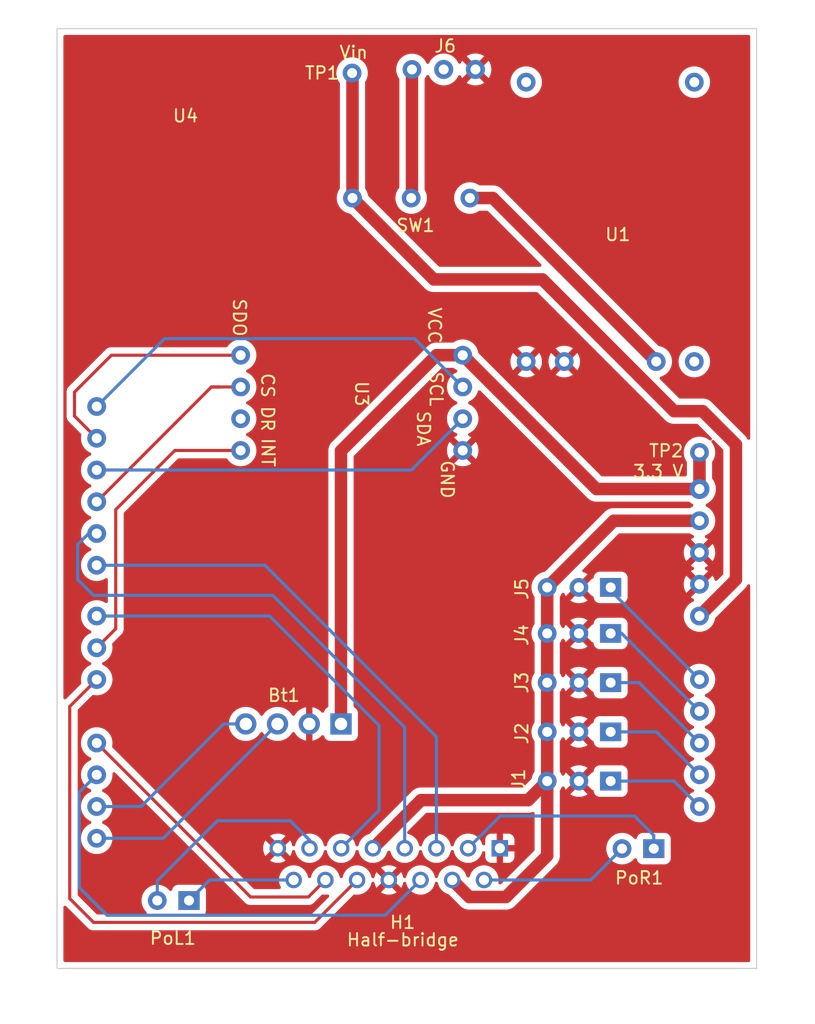
<source format=kicad_pcb>
(kicad_pcb (version 20211014) (generator pcbnew)
  (layers (0 "F.Cu" signal) (31 "B.Cu" power) (34 "B.Paste" user) (35 "F.Paste" user) (36 "B.SilkS" user "B.Silkscreen") (37 "F.SilkS" user "F.Silkscreen") (38 "B.Mask" user) (39 "F.Mask" user) (44 "Edge.Cuts" user))
  (net 0 "")
  (net 1 "GND")
  (net 2 "Net-(H1-Pad2)")
  (net 3 "Net-(H1-Pad3)")
  (net 4 "/3.3V")
  (net 5 "Net-(H1-Pad13)")
  (net 6 "Net-(H1-Pad14)")
  (net 7 "Net-(U3-Pad2)")
  (net 9 "Net-(U3-Pad4)")
  (net 10 "Net-(U3-Pad6)")
  (net 11 "Net-(U3-Pad7)")
  (net 12 "Net-(J3-Pad1)")
  (net 13 "/5V")
  (net 18 "/Vin")
  (net 19 "/chrg+")
  (net 20 "/Batt+")
  (net 21 "Net-(J2-Pad1)")
  (net 22 "Net-(Bt1-Pad3)")
  (net 23 "Net-(U3-Pad1)")
  (net 24 "Net-(J1-Pad1)")
  (net 25 "Net-(H1-Pad7)")
  (net 26 "Net-(H1-Pad12)")
  (net 27 "Net-(H1-Pad10)")
  (net 28 "Net-(H1-Pad11)")
  (net 29 "Net-(J4-Pad1)")
  (net 30 "Net-(H1-Pad5)")
  (net 31 "Net-(H1-Pad6)")
  (net 32 "Net-(Bt1-Pad4)")
  (net 33 "Net-(J5-Pad1)")
  (footprint "Connector_PinHeader_2.54mm:PinHeader_1x03_P2.54mm_Vertical" (layer "F.Cu") (at 147.32 122.174 -90)
    (fp_text reference "J2" (at 0.127 7.112 90) (layer "F.SilkS"))
    (fp_text value "IR_sensor")
    (pad "1" thru_hole rect (at 0 0 270) (size 1.5 1.7) (drill 0.8) (layers *.Cu *.Mask) (net 21 "Net-(J2-Pad1)"))
    (pad "2" thru_hole circle (at 0 2.54 270) (size 1.5 1.5) (drill 0.8) (layers *.Cu *.Mask) (net 1 "GND"))
    (pad "3" thru_hole circle (at 0 5.08 270) (size 1.5 1.5) (drill 0.8) (layers *.Cu *.Mask) (net 13 "/5V"))
  )
  (footprint "Connector_PinHeader_2.54mm:PinHeader_1x02_P2.54mm_Horizontal" (layer "F.Cu") (at 113.56205 135.666 -90)
    (fp_text reference "PoL1" (at 3.018 1.29405 180) (layer "F.SilkS"))
    (fp_text value "DC-motor_L")
    (pad "1" thru_hole rect (at 0 0 270) (size 1.5 1.7) (drill 0.8) (layers *.Cu *.Mask) (net 6 "Net-(H1-Pad14)"))
    (pad "2" thru_hole circle (at 0 2.54 270) (size 1.5 1.5) (drill 0.8) (layers *.Cu *.Mask) (net 5 "Net-(H1-Pad13)"))
  )
  (footprint "Omat:GY-50" (layer "F.Cu") (at 115.03 84.296 -90)
    (fp_text reference "U3" (at 10.827 -12.351 -90 unlocked) (layer "F.SilkS"))
    (fp_text value "gy50")
    (fp_text user "INT" (at 15.526 -4.858 -90 unlocked) (layer "F.SilkS"))
    (fp_text user "VCC" (at 5.366 -18.193 -90 unlocked) (layer "F.SilkS"))
    (fp_text user "CS" (at 10.16 -4.826 -90 unlocked) (layer "F.SilkS"))
    (fp_text user "SCL" (at 10.446 -18.32 -90 unlocked) (layer "F.SilkS"))
    (fp_text user "DR" (at 12.827 -4.826 -90 unlocked) (layer "F.SilkS"))
    (fp_text user "GND" (at 17.685 -19.209 -90 unlocked) (layer "F.SilkS"))
    (fp_text user "SDA" (at 13.621 -17.304 -90 unlocked) (layer "F.SilkS"))
    (fp_text user "SDO" (at 4.731 -2.572 -90 unlocked) (layer "F.SilkS"))
    (pad "1" thru_hole circle (at 7.747 -2.667 270) (size 1.5 1.5) (drill 0.8) (layers *.Cu *.Mask) (net 23 "Net-(U3-Pad1)"))
    (pad "2" thru_hole circle (at 10.287 -2.667 270) (size 1.5 1.5) (drill 0.8) (layers *.Cu *.Mask) (net 7 "Net-(U3-Pad2)"))
    (pad "3" thru_hole circle (at 12.827 -2.667 270) (size 1.5 1.5) (drill 0.8) (layers *.Cu *.Mask))
    (pad "4" thru_hole circle (at 15.367 -2.667 270) (size 1.5 1.5) (drill 0.8) (layers *.Cu *.Mask) (net 9 "Net-(U3-Pad4)"))
    (pad "5" thru_hole circle (at 7.747 -20.447 270) (size 1.5 1.5) (drill 0.8) (layers *.Cu *.Mask) (net 4 "/3.3V"))
    (pad "6" thru_hole circle (at 10.287 -20.447 270) (size 1.5 1.5) (drill 0.8) (layers *.Cu *.Mask) (net 10 "Net-(U3-Pad6)"))
    (pad "7" thru_hole circle (at 12.827 -20.447 270) (size 1.5 1.5) (drill 0.8) (layers *.Cu *.Mask) (net 11 "Net-(U3-Pad7)"))
    (pad "8" thru_hole circle (at 15.367 -20.447 270) (size 1.5 1.5) (drill 0.8) (layers *.Cu *.Mask) (net 1 "GND"))
  )
  (footprint "Connector_Pin:Pin_D0.7mm_L6.5mm_W1.8mm_FlatFork" (layer "F.Cu") (at 126.619 69.469)
    (fp_text reference "TP1" (at -2.413 0) (layer "F.SilkS"))
    (fp_text value "TestPoint")
    (pad "1" thru_hole circle (at 0 0) (size 1.5 1.5) (drill 0.8) (layers *.Cu *.Mask) (net 18 "/Vin"))
  )
  (footprint "Connector_PinHeader_2.54mm:PinHeader_1x04_P2.54mm_Vertical" (layer "F.Cu") (at 125.73 121.539 -90)
    (fp_text reference "Bt1" (at -2.286 4.572 180) (layer "F.SilkS"))
    (fp_text value "Bluetooth_module")
    (pad "1" thru_hole rect (at 0 0 270) (size 1.7 1.7) (drill 1) (layers *.Cu *.Mask) (net 4 "/3.3V"))
    (pad "2" thru_hole oval (at 0 2.54 270) (size 1.7 1.7) (drill 1) (layers *.Cu *.Mask) (net 1 "GND"))
    (pad "3" thru_hole oval (at 0 5.08 270) (size 1.7 1.7) (drill 1) (layers *.Cu *.Mask) (net 22 "Net-(Bt1-Pad3)"))
    (pad "4" thru_hole oval (at 0 7.62 270) (size 1.7 1.7) (drill 1) (layers *.Cu *.Mask) (net 32 "Net-(Bt1-Pad4)"))
  )
  (footprint "Omat:SPDT" (layer "F.Cu") (at 137.954 75.406 180)
    (fp_text reference "SW1" (at 6.255 -6.255 unlocked) (layer "F.SilkS"))
    (fp_text value "Pwr_Sw")
    (pad "1" thru_hole circle (at 11.303 -4.064 180) (size 1.5 1.5) (drill 0.8) (layers *.Cu *.Mask) (net 18 "/Vin"))
    (pad "2" thru_hole circle (at 6.604 -4.064 180) (size 1.5 1.5) (drill 0.8) (layers *.Cu *.Mask) (net 20 "/Batt+"))
    (pad "3" thru_hole circle (at 1.905 -4.064 180) (size 1.5 1.5) (drill 0.8) (layers *.Cu *.Mask) (net 19 "/chrg+"))
  )
  (footprint "Connector_PinHeader_2.54mm:PinHeader_1x03_P2.54mm_Vertical" (layer "F.Cu") (at 147.32 118.237 -90)
    (fp_text reference "J3" (at 0 7.112 90) (layer "F.SilkS"))
    (fp_text value "IR_sensor")
    (pad "1" thru_hole rect (at 0 0 270) (size 1.5 1.7) (drill 0.8) (layers *.Cu *.Mask) (net 12 "Net-(J3-Pad1)"))
    (pad "2" thru_hole circle (at 0 2.54 270) (size 1.5 1.5) (drill 0.8) (layers *.Cu *.Mask) (net 1 "GND"))
    (pad "3" thru_hole circle (at 0 5.08 270) (size 1.5 1.5) (drill 0.8) (layers *.Cu *.Mask) (net 13 "/5V"))
  )
  (footprint "Connector_PinHeader_2.54mm:PinHeader_1x03_P2.54mm_Vertical" (layer "F.Cu") (at 147.32 114.3 -90)
    (fp_text reference "J4" (at 0.127 7.112 90) (layer "F.SilkS"))
    (fp_text value "IR_sensor")
    (pad "1" thru_hole rect (at 0 0 270) (size 1.5 1.7) (drill 0.8) (layers *.Cu *.Mask) (net 29 "Net-(J4-Pad1)"))
    (pad "2" thru_hole circle (at 0 2.54 270) (size 1.5 1.5) (drill 0.8) (layers *.Cu *.Mask) (net 1 "GND"))
    (pad "3" thru_hole circle (at 0 5.08 270) (size 1.5 1.5) (drill 0.8) (layers *.Cu *.Mask) (net 13 "/5V"))
  )
  (footprint "Connector_PinHeader_2.54mm:PinHeader_1x03_P2.54mm_Vertical" (layer "F.Cu") (at 147.32 110.617 -90)
    (fp_text reference "J5" (at 0.127 7.112 90) (layer "F.SilkS"))
    (fp_text value "IR_sensor")
    (pad "1" thru_hole rect (at 0 0 270) (size 1.5 1.7) (drill 0.8) (layers *.Cu *.Mask) (net 33 "Net-(J5-Pad1)"))
    (pad "2" thru_hole circle (at 0 2.54 270) (size 1.5 1.5) (drill 0.8) (layers *.Cu *.Mask) (net 1 "GND"))
    (pad "3" thru_hole circle (at 0 5.08 270) (size 1.5 1.5) (drill 0.8) (layers *.Cu *.Mask) (net 13 "/5V"))
  )
  (footprint "Omat:TPS4056" (layer "F.Cu") (at 138.779 67.659 -90)
    (fp_text reference "U1" (at 14.732 -9.12 unlocked) (layer "F.SilkS"))
    (fp_text value "pwr_mgr_1")
    (pad "1" thru_hole circle (at 24.892 -1.778 270) (size 1.5 1.5) (drill 0.8) (layers *.Cu *.Mask) (net 1 "GND"))
    (pad "2" thru_hole circle (at 24.892 -4.826 270) (size 1.5 1.5) (drill 0.8) (layers *.Cu *.Mask) (net 1 "GND"))
    (pad "3" thru_hole circle (at 24.892 -12.192 270) (size 1.5 1.5) (drill 0.8) (layers *.Cu *.Mask) (net 19 "/chrg+"))
    (pad "4" thru_hole circle (at 24.892 -15.24 270) (size 1.5 1.5) (drill 0.8) (layers *.Cu *.Mask))
    (pad "5" thru_hole circle (at 2.54 -1.778 270) (size 1.5 1.5) (drill 0.8) (layers *.Cu *.Mask))
    (pad "6" thru_hole circle (at 2.54 -15.24 270) (size 1.5 1.5) (drill 0.8) (layers *.Cu *.Mask))
  )
  (footprint "Connector_Pin:Pin_D0.7mm_L6.5mm_W1.8mm_FlatFork" (layer "F.Cu") (at 154.432 99.822)
    (fp_text reference "TP2" (at -2.667 -0.127) (layer "F.SilkS"))
    (fp_text value "TestPoint")
    (pad "1" thru_hole circle (at 0 0) (size 1.5 1.5) (drill 0.8) (layers *.Cu *.Mask) (net 4 "/3.3V"))
  )
  (footprint "Connector_PinHeader_2.54mm:PinHeader_1x02_P2.54mm_Horizontal" (layer "F.Cu") (at 150.77305 131.515 -90)
    (fp_text reference "PoR1" (at 2.343 1.16705 180) (layer "F.SilkS"))
    (fp_text value "DC-motor_R")
    (pad "1" thru_hole rect (at 0 0 270) (size 1.5 1.7) (drill 0.8) (layers *.Cu *.Mask) (net 3 "Net-(H1-Pad3)"))
    (pad "2" thru_hole circle (at 0 2.54 270) (size 1.5 1.5) (drill 0.8) (layers *.Cu *.Mask) (net 2 "Net-(H1-Pad2)"))
  )
  (footprint "Omat:Connector_3pin" (layer "F.Cu") (at 137.6365 67.913 180)
    (fp_text reference "J6" (at 3.556 0.603 unlocked) (layer "F.SilkS"))
    (fp_text value "BATT")
    (pad "1" thru_hole circle (at 1.143 -1.27 180) (size 1.524 1.524) (drill 0.8) (layers *.Cu *.Mask) (net 1 "GND"))
    (pad "2" thru_hole circle (at 3.683 -1.27 180) (size 1.524 1.524) (drill 0.8) (layers *.Cu *.Mask))
    (pad "3" thru_hole circle (at 6.223 -1.27 180) (size 1.5 1.5) (drill 0.8) (layers *.Cu *.Mask) (net 20 "/Batt+"))
  )
  (footprint "Omat:L298HN" (layer "F.Cu") (at 138.44905 131.4831 180)
    (fp_text reference "H1" (at 7.7851 -5.9309 180) (layer "F.SilkS"))
    (fp_text value "Half-bridge" (at 7.76605 -7.3279 180) (layer "F.SilkS"))
    (pad "1" thru_hole rect (at 0 0 180) (size 1.3208 1.3208) (drill 0.8128) (layers *.Cu *.Mask) (net 1 "GND"))
    (pad "2" thru_hole circle (at 1.27 -2.54 180) (size 1.3208 1.3208) (drill 0.8128) (layers *.Cu *.Mask) (net 2 "Net-(H1-Pad2)"))
    (pad "3" thru_hole circle (at 2.54 0 180) (size 1.3208 1.3208) (drill 0.8128) (layers *.Cu *.Mask) (net 3 "Net-(H1-Pad3)"))
    (pad "4" thru_hole circle (at 3.81 -2.54 180) (size 1.3208 1.3208) (drill 0.8128) (layers *.Cu *.Mask) (net 13 "/5V"))
    (pad "5" thru_hole circle (at 5.08 0 180) (size 1.3208 1.3208) (drill 0.8128) (layers *.Cu *.Mask) (net 30 "Net-(H1-Pad5)"))
    (pad "6" thru_hole circle (at 6.35 -2.54 180) (size 1.3208 1.3208) (drill 0.8128) (layers *.Cu *.Mask) (net 31 "Net-(H1-Pad6)"))
    (pad "7" thru_hole circle (at 7.62 0 180) (size 1.3208 1.3208) (drill 0.8128) (layers *.Cu *.Mask) (net 25 "Net-(H1-Pad7)"))
    (pad "8" thru_hole circle (at 8.89 -2.54 180) (size 1.3208 1.3208) (drill 0.8128) (layers *.Cu *.Mask) (net 1 "GND"))
    (pad "9" thru_hole circle (at 10.16 0 180) (size 1.3208 1.3208) (drill 0.8128) (layers *.Cu *.Mask) (net 13 "/5V"))
    (pad "10" thru_hole circle (at 11.43 -2.54 180) (size 1.3208 1.3208) (drill 0.8128) (layers *.Cu *.Mask) (net 27 "Net-(H1-Pad10)"))
    (pad "11" thru_hole circle (at 12.7 0 180) (size 1.3208 1.3208) (drill 0.8128) (layers *.Cu *.Mask) (net 28 "Net-(H1-Pad11)"))
    (pad "12" thru_hole circle (at 13.97 -2.54 180) (size 1.3208 1.3208) (drill 0.8128) (layers *.Cu *.Mask) (net 26 "Net-(H1-Pad12)"))
    (pad "13" thru_hole circle (at 15.24 0 180) (size 1.3208 1.3208) (drill 0.8128) (layers *.Cu *.Mask) (net 5 "Net-(H1-Pad13)"))
    (pad "14" thru_hole circle (at 16.51 -2.54 180) (size 1.3208 1.3208) (drill 0.8128) (layers *.Cu *.Mask) (net 6 "Net-(H1-Pad14)"))
    (pad "15" thru_hole circle (at 17.78 0 180) (size 1.3208 1.3208) (drill 0.8128) (layers *.Cu *.Mask) (net 1 "GND"))
  )
  (footprint "Omat:ST_Morpho_Connector_144_STLink_MountingHoles_modded" (layer "F.Cu") (at 98.679 67.313)
    (fp_text reference "U4" (at 14.605 5.585) (layer "F.SilkS"))
    (fp_text value "NUCLEO144-F429ZI")
    (pad "16" thru_hole circle (at 55.753 35.433) (size 1.6 1.6) (drill 0.8) (layers *.Cu *.Mask) (net 4 "/3.3V"))
    (pad "18" thru_hole circle (at 55.753 37.973) (size 1.5 1.5) (drill 0.8) (layers *.Cu *.Mask) (net 13 "/5V"))
    (pad "24" thru_hole circle (at 55.753 45.593) (size 1.5 1.5) (drill 0.8) (layers *.Cu *.Mask) (net 18 "/Vin"))
    (pad "37" thru_hole circle (at 55.753 55.753) (size 1.5 1.5) (drill 0.8) (layers *.Cu *.Mask) (net 21 "Net-(J2-Pad1)"))
    (pad "38" thru_hole circle (at 55.753 53.213) (size 1.5 1.5) (drill 0.8) (layers *.Cu *.Mask) (net 24 "Net-(J1-Pad1)"))
    (pad "63" thru_hole circle (at 7.493 63.373) (size 1.5 1.5) (drill 0.8) (layers *.Cu *.Mask) (net 22 "Net-(Bt1-Pad3)"))
    (pad "83" thru_hole circle (at 7.493 28.833) (size 1.5 1.5) (drill 0.8) (layers *.Cu *.Mask) (net 10 "Net-(U3-Pad6)"))
    (pad "85" thru_hole circle (at 7.493 31.373) (size 1.5 1.5) (drill 0.8) (layers *.Cu *.Mask) (net 23 "Net-(U3-Pad1)"))
    (pad "87" thru_hole circle (at 7.493 33.913) (size 1.5 1.5) (drill 0.8) (layers *.Cu *.Mask) (net 11 "Net-(U3-Pad7)"))
    (pad "108" thru_hole circle (at 55.753 60.833) (size 1.5 1.5) (drill 0.8) (layers *.Cu *.Mask) (net 29 "Net-(J4-Pad1)"))
    (pad "114" thru_hole circle (at 55.753 50.673) (size 1.5 1.5) (drill 0.8) (layers *.Cu *.Mask) (net 33 "Net-(J5-Pad1)"))
    (pad "118" thru_hole circle (at 7.493 36.453) (size 1.5 1.5) (drill 0.8) (layers *.Cu *.Mask) (net 7 "Net-(U3-Pad2)"))
    (pad "120" thru_hole circle (at 7.493 38.993) (size 1.5 1.5) (drill 0.8) (layers *.Cu *.Mask) (net 25 "Net-(H1-Pad7)"))
    (pad "124" thru_hole circle (at 7.493 48.133) (size 1.5 1.5) (drill 0.8) (layers *.Cu *.Mask) (net 9 "Net-(U3-Pad4)"))
    (pad "127" thru_hole circle (at 7.493 55.753) (size 1.5 1.5) (drill 0.8) (layers *.Cu *.Mask) (net 26 "Net-(H1-Pad12)"))
    (pad "128" thru_hole circle (at 7.493 50.673) (size 1.5 1.5) (drill 0.8) (layers *.Cu *.Mask) (net 27 "Net-(H1-Pad10)"))
    (pad "129" thru_hole circle (at 7.493 45.593) (size 1.5 1.5) (drill 0.8) (layers *.Cu *.Mask) (net 28 "Net-(H1-Pad11)"))
    (pad "130" thru_hole circle (at 55.753 58.293) (size 1.5 1.5) (drill 0.8) (layers *.Cu *.Mask) (net 12 "Net-(J3-Pad1)"))
    (pad "131" thru_hole circle (at 7.493 41.533) (size 1.5 1.5) (drill 0.8) (layers *.Cu *.Mask) (net 30 "Net-(H1-Pad5)"))
    (pad "132" thru_hole circle (at 7.493 58.293) (size 1.5 1.5) (drill 0.8) (layers *.Cu *.Mask) (net 31 "Net-(H1-Pad6)"))
    (pad "133" thru_hole circle (at 7.493 60.833) (size 1.5 1.5) (drill 0.8) (layers *.Cu *.Mask) (net 32 "Net-(Bt1-Pad4)"))
    (pad "143" thru_hole circle (at 55.753 40.513) (size 1.5 1.5) (drill 0.8) (layers *.Cu *.Mask) (net 1 "GND"))
    (pad "144" thru_hole circle (at 55.753 43.053) (size 1.5 1.5) (drill 0.8) (layers *.Cu *.Mask) (net 1 "GND"))
  )
  (footprint "Connector_PinHeader_2.54mm:PinHeader_1x03_P2.54mm_Vertical" (layer "F.Cu") (at 147.32 126.111 -90)
    (fp_text reference "J1" (at -0.127 7.366 90) (layer "F.SilkS"))
    (fp_text value "IR_sensor")
    (pad "1" thru_hole rect (at 0 0 270) (size 1.5 1.7) (drill 0.8) (layers *.Cu *.Mask) (net 24 "Net-(J1-Pad1)"))
    (pad "2" thru_hole circle (at 0 2.54 270) (size 1.5 1.5) (drill 0.8) (layers *.Cu *.Mask) (net 1 "GND"))
    (pad "3" thru_hole circle (at 0 5.08 270) (size 1.5 1.5) (drill 0.8) (layers *.Cu *.Mask) (net 13 "/5V"))
  )
  (gr_rect (start 102.997 65.913) (end 159.004 141.097) (layer "Edge.Cuts") (width 0.1) (fill none))
  (gr_text "Vin" (at 126.746 67.818) (layer "F.SilkS") (effects (font (size 1 1))))
  (gr_text "3.3 V" (at 151.13 101.346) (layer "F.SilkS") (effects (font (size 1 1))))
  (segment (start 145.72495 134.0231) (end 148.23305 131.515) (width 0.25) (layer "B.Cu") (net 2))
  (segment (start 137.17905 134.0231) (end 145.72495 134.0231) (width 0.25) (layer "B.Cu") (net 2))
  (segment (start 138.48715 128.905) (end 149.225 128.905) (width 0.25) (layer "B.Cu") (net 3))
  (segment (start 135.90905 131.4831) (end 138.48715 128.905) (width 0.25) (layer "B.Cu") (net 3))
  (segment (start 149.225 128.905) (end 150.77305 130.45305) (width 0.25) (layer "B.Cu") (net 3))
  (segment (start 150.77305 130.45305) (end 150.77305 131.515) (width 0.25) (layer "B.Cu") (net 3))
  (segment (start 125.73 99.695) (end 125.73 121.539) (width 1) (layer "F.Cu") (net 4))
  (segment (start 133.382 92.043) (end 125.73 99.695) (width 1) (layer "F.Cu") (net 4))
  (segment (start 146.18 102.746) (end 154.432 102.746) (width 1) (layer "F.Cu") (net 4))
  (segment (start 135.477 92.043) (end 133.382 92.043) (width 1) (layer "F.Cu") (net 4))
  (segment (start 135.477 92.043) (end 146.18 102.746) (width 1) (layer "F.Cu") (net 4))
  (segment (start 154.432 102.746) (end 154.432 99.822) (width 1) (layer "F.Cu") (net 4))
  (segment (start 121.666 129.286) (end 115.824 129.286) (width 0.25) (layer "B.Cu") (net 5))
  (segment (start 115.824 129.286) (end 111.02205 134.08795) (width 0.25) (layer "B.Cu") (net 5))
  (segment (start 111.02205 134.08795) (end 111.02205 135.666) (width 0.25) (layer "B.Cu") (net 5))
  (segment (start 123.20905 131.4831) (end 123.20905 130.82905) (width 0.25) (layer "B.Cu") (net 5))
  (segment (start 123.20905 130.82905) (end 121.666 129.286) (width 0.25) (layer "B.Cu") (net 5))
  (segment (start 121.93905 134.0231) (end 115.20495 134.0231) (width 0.25) (layer "B.Cu") (net 6))
  (segment (start 115.20495 134.0231) (end 113.56205 135.666) (width 0.25) (layer "B.Cu") (net 6))
  (segment (start 115.983 94.583) (end 115.348 94.583) (width 0.25) (layer "F.Cu") (net 7))
  (segment (start 106.172 103.766) (end 115.355 94.583) (width 0.25) (layer "F.Cu") (net 7))
  (segment (start 115.355 94.583) (end 115.983 94.583) (width 0.25) (layer "F.Cu") (net 7))
  (segment (start 117.697 94.583) (end 115.983 94.583) (width 0.25) (layer "F.Cu") (net 7))
  (segment (start 107.696 113.922) (end 106.172 115.446) (width 0.25) (layer "F.Cu") (net 9))
  (segment (start 117.697 99.663) (end 112.427 99.663) (width 0.25) (layer "F.Cu") (net 9))
  (segment (start 107.696 104.394) (end 107.696 113.922) (width 0.25) (layer "F.Cu") (net 9))
  (segment (start 112.427 99.663) (end 107.696 104.394) (width 0.25) (layer "F.Cu") (net 9))
  (segment (start 135.477 94.583) (end 131.612489 90.718489) (width 0.25) (layer "B.Cu") (net 10))
  (segment (start 111.599511 90.718489) (end 106.172 96.146) (width 0.25) (layer "B.Cu") (net 10))
  (segment (start 131.612489 90.718489) (end 111.599511 90.718489) (width 0.25) (layer "B.Cu") (net 10))
  (segment (start 135.477 97.123) (end 131.374 101.226) (width 0.25) (layer "B.Cu") (net 11))
  (segment (start 131.374 101.226) (end 106.172 101.226) (width 0.25) (layer "B.Cu") (net 11))
  (segment (start 151 122.174) (end 154.432 125.606) (width 0.25) (layer "B.Cu") (net 12))
  (segment (start 147.32 122.174) (end 151 122.174) (width 0.25) (layer "B.Cu") (net 12))
  (segment (start 142.24 122.174) (end 142.24 126.111) (width 1) (layer "F.Cu") (net 13))
  (segment (start 142.24 114.3) (end 142.24 118.237) (width 1) (layer "F.Cu") (net 13))
  (segment (start 135.998961 135.383011) (end 138.936989 135.383011) (width 1) (layer "F.Cu") (net 13))
  (segment (start 142.24 118.237) (end 142.24 122.174) (width 1) (layer "F.Cu") (net 13))
  (segment (start 132.13715 127.635) (end 140.716 127.635) (width 1) (layer "F.Cu") (net 13))
  (segment (start 138.936989 135.383011) (end 142.24 132.08) (width 1) (layer "F.Cu") (net 13))
  (segment (start 128.28905 131.4831) (end 132.13715 127.635) (width 1) (layer "F.Cu") (net 13))
  (segment (start 142.24 132.08) (end 142.24 126.111) (width 1) (layer "F.Cu") (net 13))
  (segment (start 154.432 105.286) (end 147.571 105.286) (width 1) (layer "F.Cu") (net 13))
  (segment (start 134.63905 134.0231) (end 135.998961 135.383011) (width 1) (layer "F.Cu") (net 13))
  (segment (start 147.571 105.286) (end 142.24 110.617) (width 1) (layer "F.Cu") (net 13))
  (segment (start 142.24 110.617) (end 142.24 114.3) (width 1) (layer "F.Cu") (net 13))
  (segment (start 140.716 127.635) (end 142.24 126.111) (width 1) (layer "F.Cu") (net 13))
  (segment (start 154.686 96.52) (end 157.353 99.187) (width 1) (layer "F.Cu") (net 18))
  (segment (start 126.651 69.374) (end 126.651 79.47) (width 1) (layer "F.Cu") (net 18))
  (segment (start 126.651 79.47) (end 133.16 85.979) (width 1) (layer "F.Cu") (net 18))
  (segment (start 141.859 85.979) (end 152.4 96.52) (width 1) (layer "F.Cu") (net 18))
  (segment (start 152.4 96.52) (end 154.686 96.52) (width 1) (layer "F.Cu") (net 18))
  (segment (start 157.353 109.985) (end 154.432 112.906) (width 1) (layer "F.Cu") (net 18))
  (segment (start 157.353 99.187) (end 157.353 109.985) (width 1) (layer "F.Cu") (net 18))
  (segment (start 133.16 85.979) (end 141.859 85.979) (width 1) (layer "F.Cu") (net 18))
  (segment (start 137.89 79.47) (end 150.971 92.551) (width 1) (layer "F.Cu") (net 19))
  (segment (start 136.049 79.47) (end 137.89 79.47) (width 1) (layer "F.Cu") (net 19))
  (segment (start 131.4135 69.183) (end 131.4135 79.4065) (width 1) (layer "F.Cu") (net 20))
  (segment (start 149.603 118.237) (end 154.432 123.066) (width 0.25) (layer "B.Cu") (net 21))
  (segment (start 147.32 118.237) (end 149.603 118.237) (width 0.25) (layer "B.Cu") (net 21))
  (segment (start 111.503 130.686) (end 106.172 130.686) (width 0.25) (layer "B.Cu") (net 22))
  (segment (start 120.65 121.539) (end 111.503 130.686) (width 0.25) (layer "B.Cu") (net 22))
  (segment (start 117.697 92.043) (end 107.347 92.043) (width 0.25) (layer "F.Cu") (net 23))
  (segment (start 104.394 94.996) (end 104.394 96.908) (width 0.25) (layer "F.Cu") (net 23))
  (segment (start 104.394 96.908) (end 106.172 98.686) (width 0.25) (layer "F.Cu") (net 23))
  (segment (start 107.347 92.043) (end 104.394 94.996) (width 0.25) (layer "F.Cu") (net 23))
  (segment (start 148.206 114.3) (end 154.432 120.526) (width 0.25) (layer "B.Cu") (net 24))
  (segment (start 147.32 114.3) (end 148.206 114.3) (width 0.25) (layer "B.Cu") (net 24))
  (segment (start 104.648 107.188) (end 104.648 109.982) (width 0.25) (layer "B.Cu") (net 25))
  (segment (start 105.918 111.252) (end 120.269 111.252) (width 0.25) (layer "B.Cu") (net 25))
  (segment (start 130.82905 121.81205) (end 121.539 112.522) (width 0.25) (layer "B.Cu") (net 25))
  (segment (start 104.648 107.188) (end 105.53 106.306) (width 0.25) (layer "B.Cu") (net 25))
  (segment (start 130.82905 131.4831) (end 130.82905 121.81205) (width 0.25) (layer "B.Cu") (net 25))
  (segment (start 104.648 109.982) (end 105.918 111.252) (width 0.25) (layer "B.Cu") (net 25))
  (segment (start 105.53 106.306) (end 106.172 106.306) (width 0.25) (layer "B.Cu") (net 25))
  (segment (start 120.269 111.252) (end 121.539 112.522) (width 0.25) (layer "B.Cu") (net 25))
  (segment (start 118.491 135.385) (end 106.172 123.066) (width 0.25) (layer "F.Cu") (net 26))
  (segment (start 118.491 135.385) (end 123.11715 135.385) (width 0.25) (layer "F.Cu") (net 26))
  (segment (start 123.11715 135.385) (end 123.155075 135.347075) (width 0.25) (layer "F.Cu") (net 26))
  (segment (start 124.47905 134.0231) (end 123.155075 135.347075) (width 0.25) (layer "F.Cu") (net 26))
  (segment (start 104.013 135.509) (end 104.013 120.145) (width 0.25) (layer "F.Cu") (net 27))
  (segment (start 127.01905 134.0231) (end 123.62815 137.414) (width 0.25) (layer "F.Cu") (net 27))
  (segment (start 104.013 120.145) (end 106.172 117.986) (width 0.25) (layer "F.Cu") (net 27))
  (segment (start 123.62815 137.414) (end 105.918 137.414) (width 0.25) (layer "F.Cu") (net 27))
  (segment (start 105.918 137.414) (end 104.013 135.509) (width 0.25) (layer "F.Cu") (net 27))
  (segment (start 128.778 121.666) (end 128.778 128.45415) (width 0.25) (layer "B.Cu") (net 28))
  (segment (start 128.778 128.45415) (end 125.74905 131.4831) (width 0.25) (layer "B.Cu") (net 28))
  (segment (start 120.018 112.906) (end 128.778 121.666) (width 0.25) (layer "B.Cu") (net 28))
  (segment (start 106.172 112.906) (end 120.018 112.906) (width 0.25) (layer "B.Cu") (net 28))
  (segment (start 152.397 126.111) (end 154.432 128.146) (width 0.25) (layer "B.Cu") (net 29))
  (segment (start 147.32 126.111) (end 152.397 126.111) (width 0.25) (layer "B.Cu") (net 29))
  (segment (start 133.36905 131.4831) (end 133.36905 122.57405) (width 0.25) (layer "B.Cu") (net 30))
  (segment (start 133.36905 122.57405) (end 119.641 108.846) (width 0.25) (layer "B.Cu") (net 30))
  (segment (start 119.641 108.846) (end 106.172 108.846) (width 0.25) (layer "B.Cu") (net 30))
  (segment (start 104.775 134.62) (end 104.775 127.003) (width 0.25) (layer "B.Cu") (net 31))
  (segment (start 106.9975 136.8425) (end 104.775 134.62) (width 0.25) (layer "B.Cu") (net 31))
  (segment (start 104.775 127.003) (end 106.172 125.606) (width 0.25) (layer "B.Cu") (net 31))
  (segment (start 132.09905 134.0231) (end 129.27965 136.8425) (width 0.25) (layer "B.Cu") (net 31))
  (segment (start 129.27965 136.8425) (end 106.9975 136.8425) (width 0.25) (layer "B.Cu") (net 31))
  (segment (start 106.172 128.146) (end 109.725 128.146) (width 0.25) (layer "B.Cu") (net 32))
  (segment (start 109.725 128.146) (end 116.332 121.539) (width 0.25) (layer "B.Cu") (net 32))
  (segment (start 116.332 121.539) (end 118.11 121.539) (width 0.25) (layer "B.Cu") (net 32))
  (segment (start 147.32 110.617) (end 147.32 110.874) (width 0.25) (layer "B.Cu") (net 33))
  (segment (start 147.32 110.874) (end 154.432 117.986) (width 0.25) (layer "B.Cu") (net 33))
  (zone (net 1) (net_name "GND") (layer "F.Cu") (connect_pads (clearance 0.508)) (min_thickness 0.254) (fill yes (thermal_gap 0.508) (thermal_bridge_width 0.508))
    (polygon (pts (xy 163.703 145.542) (xy 99.441 144.145) (xy 100.457 66.167) (xy 101.473 64.135) (xy 161.417 63.627)))
  )
)
</source>
